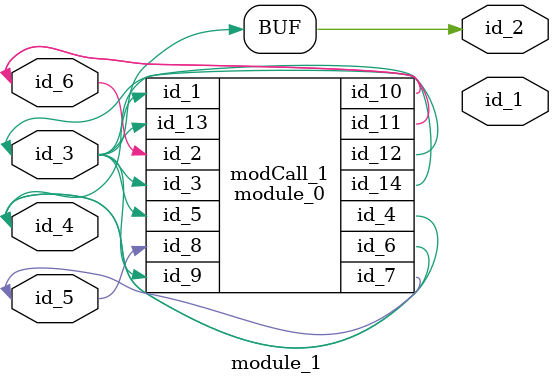
<source format=v>
module module_0 (
    id_1,
    id_2,
    id_3,
    id_4,
    id_5,
    id_6,
    id_7,
    id_8,
    id_9,
    id_10,
    id_11,
    id_12,
    id_13,
    id_14
);
  inout wire id_14;
  input wire id_13;
  output wire id_12;
  inout wire id_11;
  output wire id_10;
  input wire id_9;
  input wire id_8;
  output wire id_7;
  inout wire id_6;
  input wire id_5;
  inout wire id_4;
  input wire id_3;
  input wire id_2;
  input wire id_1;
endmodule
module module_1 (
    id_1,
    id_2,
    id_3,
    id_4,
    id_5,
    id_6
);
  inout wire id_6;
  inout wire id_5;
  inout wire id_4;
  input wire id_3;
  output wire id_2;
  output wire id_1;
  assign id_2 = id_3;
  module_0 modCall_1 (
      id_3,
      id_6,
      id_3,
      id_4,
      id_3,
      id_4,
      id_5,
      id_5,
      id_3,
      id_6,
      id_6,
      id_2,
      id_3,
      id_4
  );
endmodule

</source>
